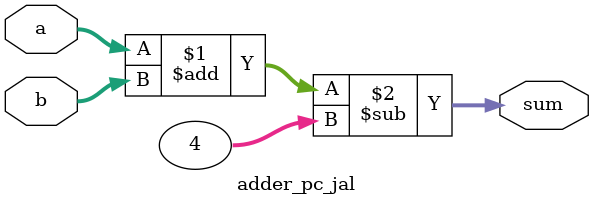
<source format=v>

module adder_pc_jal (
    input [31:0] a, b,
    output [31:0] sum
);

assign sum = a + b - 4;

endmodule

</source>
